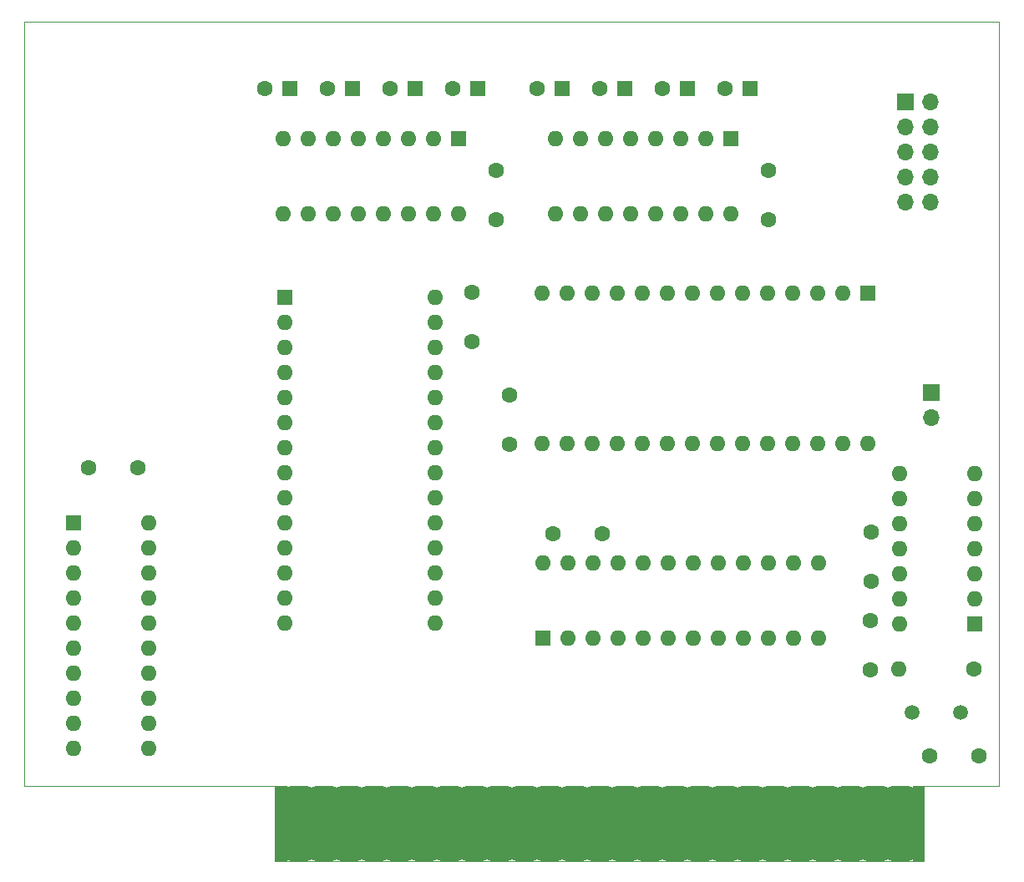
<source format=gbr>
%TF.GenerationSoftware,KiCad,Pcbnew,(6.0.2)*%
%TF.CreationDate,2022-07-06T23:21:18-05:00*%
%TF.ProjectId,ssc,7373632e-6b69-4636-9164-5f7063625858,rev?*%
%TF.SameCoordinates,Original*%
%TF.FileFunction,Soldermask,Bot*%
%TF.FilePolarity,Negative*%
%FSLAX46Y46*%
G04 Gerber Fmt 4.6, Leading zero omitted, Abs format (unit mm)*
G04 Created by KiCad (PCBNEW (6.0.2)) date 2022-07-06 23:21:18*
%MOMM*%
%LPD*%
G01*
G04 APERTURE LIST*
G04 Aperture macros list*
%AMRoundRect*
0 Rectangle with rounded corners*
0 $1 Rounding radius*
0 $2 $3 $4 $5 $6 $7 $8 $9 X,Y pos of 4 corners*
0 Add a 4 corners polygon primitive as box body*
4,1,4,$2,$3,$4,$5,$6,$7,$8,$9,$2,$3,0*
0 Add four circle primitives for the rounded corners*
1,1,$1+$1,$2,$3*
1,1,$1+$1,$4,$5*
1,1,$1+$1,$6,$7*
1,1,$1+$1,$8,$9*
0 Add four rect primitives between the rounded corners*
20,1,$1+$1,$2,$3,$4,$5,0*
20,1,$1+$1,$4,$5,$6,$7,0*
20,1,$1+$1,$6,$7,$8,$9,0*
20,1,$1+$1,$8,$9,$2,$3,0*%
G04 Aperture macros list end*
%TA.AperFunction,Profile*%
%ADD10C,0.050000*%
%TD*%
%ADD11C,0.001000*%
%ADD12R,1.700000X1.700000*%
%ADD13O,1.700000X1.700000*%
%ADD14R,1.600000X1.600000*%
%ADD15O,1.600000X1.600000*%
%ADD16C,1.600000*%
%ADD17RoundRect,0.650000X-0.762000X3.175000X-0.762000X-3.175000X0.762000X-3.175000X0.762000X3.175000X0*%
%ADD18C,1.500000*%
G04 APERTURE END LIST*
D10*
X127000000Y-127000000D02*
X192786000Y-127000000D01*
X192786000Y-119380000D02*
X200406000Y-119380000D01*
X127000000Y-119380000D02*
X127000000Y-127000000D01*
X101600000Y-41910000D02*
X101600000Y-119380000D01*
X101600000Y-41910000D02*
X200406000Y-41910000D01*
X101600000Y-119380000D02*
X127000000Y-119380000D01*
X200406000Y-41910000D02*
X200406000Y-119380000D01*
X192786000Y-119380000D02*
X192786000Y-127000000D01*
D11*
%TO.C,P1*%
X192786000Y-119380000D02*
X191643000Y-119380000D01*
X191643000Y-119380000D02*
X191643000Y-127000000D01*
X191643000Y-127000000D02*
X192786000Y-127000000D01*
X192786000Y-127000000D02*
X192786000Y-119380000D01*
G36*
X192786000Y-127000000D02*
G01*
X191643000Y-127000000D01*
X191643000Y-119380000D01*
X192786000Y-119380000D01*
X192786000Y-127000000D01*
G37*
X192786000Y-127000000D02*
X191643000Y-127000000D01*
X191643000Y-119380000D01*
X192786000Y-119380000D01*
X192786000Y-127000000D01*
X127000000Y-119380000D02*
X128143000Y-119380000D01*
X128143000Y-119380000D02*
X128143000Y-127000000D01*
X128143000Y-127000000D02*
X127000000Y-127000000D01*
X127000000Y-127000000D02*
X127000000Y-119380000D01*
G36*
X128143000Y-127000000D02*
G01*
X127000000Y-127000000D01*
X127000000Y-119380000D01*
X128143000Y-119380000D01*
X128143000Y-127000000D01*
G37*
X128143000Y-127000000D02*
X127000000Y-127000000D01*
X127000000Y-119380000D01*
X128143000Y-119380000D01*
X128143000Y-127000000D01*
%TD*%
D12*
%TO.C,J2*%
X190881000Y-50038000D03*
D13*
X193421000Y-50038000D03*
X190881000Y-52578000D03*
X193421000Y-52578000D03*
X190881000Y-55118000D03*
X193421000Y-55118000D03*
X190881000Y-57658000D03*
X193421000Y-57658000D03*
X190881000Y-60198000D03*
X193421000Y-60198000D03*
%TD*%
D14*
%TO.C,U1*%
X106553000Y-92710000D03*
D15*
X106553000Y-95250000D03*
X106553000Y-97790000D03*
X106553000Y-100330000D03*
X106553000Y-102870000D03*
X106553000Y-105410000D03*
X106553000Y-107950000D03*
X106553000Y-110490000D03*
X106553000Y-113030000D03*
X106553000Y-115570000D03*
X114173000Y-115570000D03*
X114173000Y-113030000D03*
X114173000Y-110490000D03*
X114173000Y-107950000D03*
X114173000Y-105410000D03*
X114173000Y-102870000D03*
X114173000Y-100330000D03*
X114173000Y-97790000D03*
X114173000Y-95250000D03*
X114173000Y-92710000D03*
%TD*%
D14*
%TO.C,U2*%
X128016000Y-69850000D03*
D15*
X128016000Y-72390000D03*
X128016000Y-74930000D03*
X128016000Y-77470000D03*
X128016000Y-80010000D03*
X128016000Y-82550000D03*
X128016000Y-85090000D03*
X128016000Y-87630000D03*
X128016000Y-90170000D03*
X128016000Y-92710000D03*
X128016000Y-95250000D03*
X128016000Y-97790000D03*
X128016000Y-100330000D03*
X128016000Y-102870000D03*
X143256000Y-102870000D03*
X143256000Y-100330000D03*
X143256000Y-97790000D03*
X143256000Y-95250000D03*
X143256000Y-92710000D03*
X143256000Y-90170000D03*
X143256000Y-87630000D03*
X143256000Y-85090000D03*
X143256000Y-82550000D03*
X143256000Y-80010000D03*
X143256000Y-77470000D03*
X143256000Y-74930000D03*
X143256000Y-72390000D03*
X143256000Y-69850000D03*
%TD*%
D14*
%TO.C,U7*%
X173228000Y-53784500D03*
D15*
X170688000Y-53784500D03*
X168148000Y-53784500D03*
X165608000Y-53784500D03*
X163068000Y-53784500D03*
X160528000Y-53784500D03*
X157988000Y-53784500D03*
X155448000Y-53784500D03*
X155448000Y-61404500D03*
X157988000Y-61404500D03*
X160528000Y-61404500D03*
X163068000Y-61404500D03*
X165608000Y-61404500D03*
X168148000Y-61404500D03*
X170688000Y-61404500D03*
X173228000Y-61404500D03*
%TD*%
D16*
%TO.C,C2*%
X146940000Y-69380000D03*
X146940000Y-74380000D03*
%TD*%
%TO.C,C3*%
X150710000Y-84770000D03*
X150710000Y-79770000D03*
%TD*%
%TO.C,C4*%
X160180000Y-93820000D03*
X155180000Y-93820000D03*
%TD*%
%TO.C,C5*%
X187400000Y-98660000D03*
X187400000Y-93660000D03*
%TD*%
%TO.C,C7*%
X177038000Y-61976000D03*
X177038000Y-56976000D03*
%TD*%
D14*
%TO.C,C12*%
X162433000Y-48704500D03*
D16*
X159933000Y-48704500D03*
%TD*%
D14*
%TO.C,C13*%
X128460500Y-48704500D03*
D16*
X125960500Y-48704500D03*
%TD*%
D14*
%TO.C,C16*%
X175133000Y-48704500D03*
D16*
X172633000Y-48704500D03*
%TD*%
D14*
%TO.C,C14*%
X156083000Y-48704500D03*
D16*
X153583000Y-48704500D03*
%TD*%
D14*
%TO.C,U5*%
X187080000Y-69430000D03*
D15*
X184540000Y-69430000D03*
X182000000Y-69430000D03*
X179460000Y-69430000D03*
X176920000Y-69430000D03*
X174380000Y-69430000D03*
X171840000Y-69430000D03*
X169300000Y-69430000D03*
X166760000Y-69430000D03*
X164220000Y-69430000D03*
X161680000Y-69430000D03*
X159140000Y-69430000D03*
X156600000Y-69430000D03*
X154060000Y-69430000D03*
X154060000Y-84670000D03*
X156600000Y-84670000D03*
X159140000Y-84670000D03*
X161680000Y-84670000D03*
X164220000Y-84670000D03*
X166760000Y-84670000D03*
X169300000Y-84670000D03*
X171840000Y-84670000D03*
X174380000Y-84670000D03*
X176920000Y-84670000D03*
X179460000Y-84670000D03*
X182000000Y-84670000D03*
X184540000Y-84670000D03*
X187080000Y-84670000D03*
%TD*%
D16*
%TO.C,C1*%
X113100000Y-87170000D03*
X108100000Y-87170000D03*
%TD*%
D14*
%TO.C,C9*%
X141160500Y-48704500D03*
D16*
X138660500Y-48704500D03*
%TD*%
D14*
%TO.C,U6*%
X145605500Y-53784500D03*
D15*
X143065500Y-53784500D03*
X140525500Y-53784500D03*
X137985500Y-53784500D03*
X135445500Y-53784500D03*
X132905500Y-53784500D03*
X130365500Y-53784500D03*
X127825500Y-53784500D03*
X127825500Y-61404500D03*
X130365500Y-61404500D03*
X132905500Y-61404500D03*
X135445500Y-61404500D03*
X137985500Y-61404500D03*
X140525500Y-61404500D03*
X143065500Y-61404500D03*
X145605500Y-61404500D03*
%TD*%
D16*
%TO.C,C6*%
X149415500Y-61976000D03*
X149415500Y-56976000D03*
%TD*%
D14*
%TO.C,C15*%
X147510500Y-48704500D03*
D16*
X145010500Y-48704500D03*
%TD*%
D14*
%TO.C,C11*%
X134810500Y-48704500D03*
D16*
X132310500Y-48704500D03*
%TD*%
D14*
%TO.C,C10*%
X168783000Y-48704500D03*
D16*
X166283000Y-48704500D03*
%TD*%
D17*
%TO.C,P1*%
X190373000Y-123190000D03*
X187833000Y-123190000D03*
X185293000Y-123190000D03*
X182753000Y-123190000D03*
X180213000Y-123190000D03*
X177673000Y-123190000D03*
X175133000Y-123190000D03*
X172593000Y-123190000D03*
X170053000Y-123190000D03*
X167513000Y-123190000D03*
X164973000Y-123190000D03*
X162433000Y-123190000D03*
X159893000Y-123190000D03*
X157353000Y-123190000D03*
X154813000Y-123190000D03*
X152273000Y-123190000D03*
X149733000Y-123190000D03*
X147193000Y-123190000D03*
X144653000Y-123190000D03*
X142113000Y-123190000D03*
X139573000Y-123190000D03*
X137033000Y-123190000D03*
X134493000Y-123190000D03*
X131953000Y-123190000D03*
X129413000Y-123190000D03*
%TD*%
D14*
%TO.C,U4*%
X154165000Y-104440000D03*
D15*
X156705000Y-104440000D03*
X159245000Y-104440000D03*
X161785000Y-104440000D03*
X164325000Y-104440000D03*
X166865000Y-104440000D03*
X169405000Y-104440000D03*
X171945000Y-104440000D03*
X174485000Y-104440000D03*
X177025000Y-104440000D03*
X179565000Y-104440000D03*
X182105000Y-104440000D03*
X182105000Y-96820000D03*
X179565000Y-96820000D03*
X177025000Y-96820000D03*
X174485000Y-96820000D03*
X171945000Y-96820000D03*
X169405000Y-96820000D03*
X166865000Y-96820000D03*
X164325000Y-96820000D03*
X161785000Y-96820000D03*
X159245000Y-96820000D03*
X156705000Y-96820000D03*
X154165000Y-96820000D03*
%TD*%
D12*
%TO.C,J1*%
X193548000Y-79502000D03*
D13*
X193548000Y-82042000D03*
%TD*%
D14*
%TO.C,U3*%
X197900000Y-103000000D03*
D15*
X197900000Y-100460000D03*
X197900000Y-97920000D03*
X197900000Y-95380000D03*
X197900000Y-92840000D03*
X197900000Y-90300000D03*
X197900000Y-87760000D03*
X190280000Y-87760000D03*
X190280000Y-90300000D03*
X190280000Y-92840000D03*
X190280000Y-95380000D03*
X190280000Y-97920000D03*
X190280000Y-100460000D03*
X190280000Y-103000000D03*
%TD*%
D16*
%TO.C,C17*%
X187300000Y-107660000D03*
X187300000Y-102660000D03*
%TD*%
D18*
%TO.C,Y1*%
X196440000Y-111940000D03*
X191560000Y-111940000D03*
%TD*%
D16*
%TO.C,R1*%
X197800000Y-107530000D03*
D15*
X190180000Y-107530000D03*
%TD*%
D16*
%TO.C,C8*%
X198330000Y-116370000D03*
X193330000Y-116370000D03*
%TD*%
M02*

</source>
